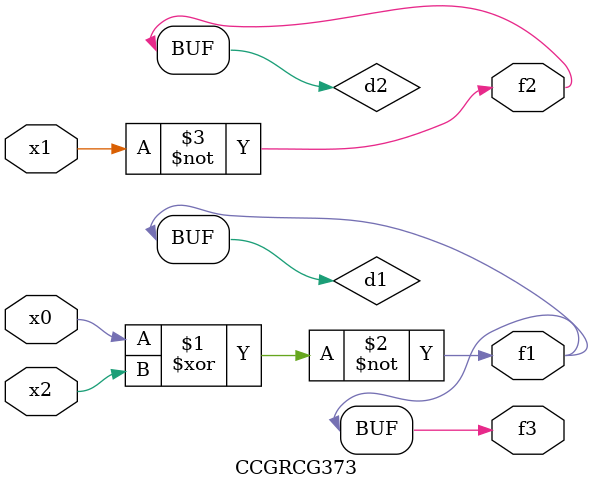
<source format=v>
module CCGRCG373(
	input x0, x1, x2,
	output f1, f2, f3
);

	wire d1, d2, d3;

	xnor (d1, x0, x2);
	nand (d2, x1);
	nor (d3, x1, x2);
	assign f1 = d1;
	assign f2 = d2;
	assign f3 = d1;
endmodule

</source>
